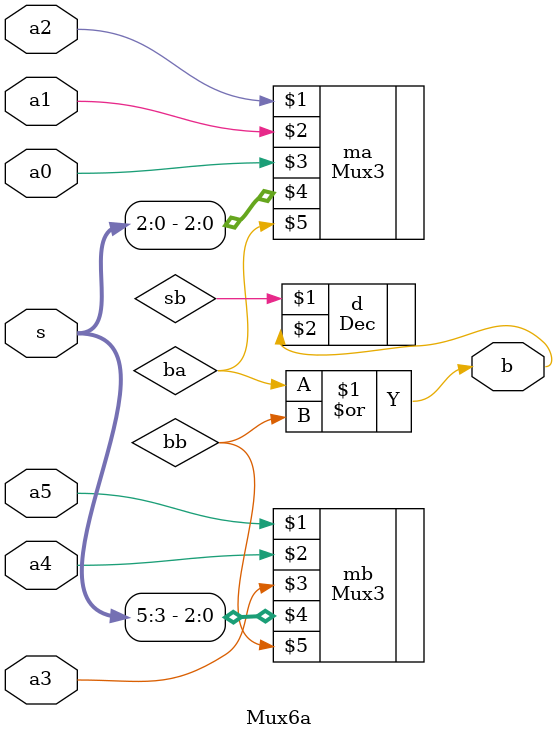
<source format=v>
`timescale 1ns / 1ps

module Mux6a(a5, a4, a3, a2, a1, a0, s, b) ;
    parameter k = 1 ;
    input [k-1:0] a0, a1, a2, a3, a4, a5  ; // inputs
    input [5:0] s ; // one hot select
    output [k-1:0] b;
    wire [k-1:0] ba, bb ;
    wire [k-1:0] b = ba | bb ;
    
    Dec #(2, 3) d(sb, b) ;
    Mux3 #(k) ma(a2, a1, a0, s[2:0], ba) ;
    Mux3 #(k) mb(a5, a4, a3, s[5:3], bb) ;
endmodule
</source>
